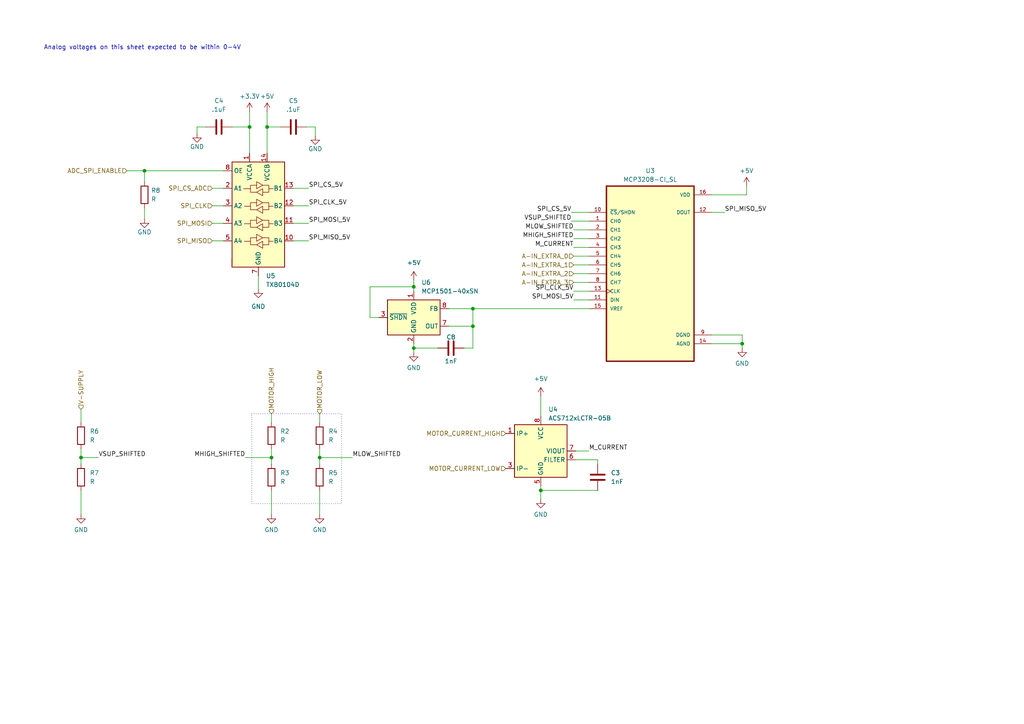
<source format=kicad_sch>
(kicad_sch (version 20230121) (generator eeschema)
  (paper "A4")
  (lib_symbols
    (symbol "Device:C" (pin_numbers hide) (pin_names (offset 0.254))
      (property "Reference" "C" (at 0.635 2.54 0))
      (property "Value" "C" (at 0.635 -2.54 0))
      (symbol "C_0_1"
        (polyline (pts (xy -2.032 -0.762) (xy 2.032 -0.762)) (stroke (width 0.508)))
        (polyline (pts (xy -2.032 0.762) (xy 2.032 0.762)) (stroke (width 0.508)))
      )
      (symbol "C_1_1"
        (pin passive line (at 0 3.81 270) (length 2.794) (name "~") (number "1"))
        (pin passive line (at 0 -3.81 90) (length 2.794) (name "~") (number "2"))
      )
    )
    (symbol "Device:R" (pin_numbers hide) (pin_names (offset 0))
      (property "Reference" "R" (at 2.032 0 90))
      (property "Value" "R" (at 0 0 90))
      (symbol "R_0_1"
        (rectangle (start -1.016 -2.54) (end 1.016 2.54) (stroke (width 0.254)))
      )
      (symbol "R_1_1"
        (pin passive line (at 0 3.81 270) (length 1.27) (name "~") (number "1"))
        (pin passive line (at 0 -3.81 90) (length 1.27) (name "~") (number "2"))
      )
    )
    (symbol "Logic_LevelTranslator:TXB0104D"
      (property "Reference" "U" (at -6.35 16.51 0))
      (property "Value" "TXB0104D" (at 3.81 16.51 0))
      (symbol "TXB0104D_0_1"
        (rectangle (start -7.62 -15.24) (end -7.62 -12.7) (stroke (width 0.254)))
        (rectangle (start -7.62 15.24) (end 7.62 -15.24) (stroke (width 0.254)) (fill (type background)))
        (polyline (pts (xy -2.286 -7.747) (xy -2.286 -6.731) (xy -0.508 -6.731)))
        (polyline (pts (xy -2.286 -2.667) (xy -2.286 -1.651) (xy -0.508 -1.651)))
        (polyline (pts (xy -2.286 2.413) (xy -2.286 3.429) (xy -0.508 3.429)))
        (polyline (pts (xy -2.286 7.493) (xy -2.286 8.509) (xy -0.508 8.509)))
        (polyline (pts (xy 3.048 -7.747) (xy 3.048 -8.763) (xy 1.27 -8.763)))
        (polyline (pts (xy 3.048 -2.667) (xy 3.048 -3.683) (xy 1.27 -3.683)))
        (polyline (pts (xy 3.048 2.413) (xy 3.048 1.397) (xy 1.27 1.397)))
        (polyline (pts (xy 3.048 7.493) (xy 3.048 6.477) (xy 1.27 6.477)))
        (polyline (pts (xy -0.508 -8.763) (xy -2.286 -8.763) (xy -2.286 -7.747) (xy -4.064 -7.747)))
        (polyline (pts (xy -0.508 -8.763) (xy 1.27 -7.747) (xy 1.27 -9.779) (xy -0.508 -8.763)))
        (polyline (pts (xy -0.508 -3.683) (xy -2.286 -3.683) (xy -2.286 -2.667) (xy -4.064 -2.667)))
        (polyline (pts (xy -0.508 -3.683) (xy 1.27 -2.667) (xy 1.27 -4.699) (xy -0.508 -3.683)))
        (polyline (pts (xy -0.508 1.397) (xy -2.286 1.397) (xy -2.286 2.413) (xy -4.064 2.413)))
        (polyline (pts (xy -0.508 1.397) (xy 1.27 2.413) (xy 1.27 0.381) (xy -0.508 1.397)))
        (polyline (pts (xy -0.508 6.477) (xy -2.286 6.477) (xy -2.286 7.493) (xy -4.318 7.493)))
        (polyline (pts (xy -0.508 6.477) (xy 1.27 7.493) (xy 1.27 5.461) (xy -0.508 6.477)))
        (polyline (pts (xy 1.27 -6.731) (xy -0.508 -7.747) (xy -0.508 -5.715) (xy 1.27 -6.731)))
        (polyline (pts (xy 1.27 -6.731) (xy 3.048 -6.731) (xy 3.048 -7.747) (xy 4.318 -7.747)))
        (polyline (pts (xy 1.27 -1.651) (xy -0.508 -2.667) (xy -0.508 -0.635) (xy 1.27 -1.651)))
        (polyline (pts (xy 1.27 -1.651) (xy 3.048 -1.651) (xy 3.048 -2.667) (xy 4.318 -2.667)))
        (polyline (pts (xy 1.27 3.429) (xy -0.508 2.413) (xy -0.508 4.445) (xy 1.27 3.429)))
        (polyline (pts (xy 1.27 3.429) (xy 3.048 3.429) (xy 3.048 2.413) (xy 4.318 2.413)))
        (polyline (pts (xy 1.27 8.509) (xy -0.508 7.493) (xy -0.508 9.525) (xy 1.27 8.509)))
        (polyline (pts (xy 1.27 8.509) (xy 3.048 8.509) (xy 3.048 7.493) (xy 4.318 7.493)))
      )
      (symbol "TXB0104D_1_1"
        (pin power_in line (at -2.54 17.78 270) (length 2.54) (name "VCCA") (number "1"))
        (pin bidirectional line (at 10.16 -7.62 180) (length 2.54) (name "B4") (number "10"))
        (pin bidirectional line (at 10.16 -2.54 180) (length 2.54) (name "B3") (number "11"))
        (pin bidirectional line (at 10.16 2.54 180) (length 2.54) (name "B2") (number "12"))
        (pin bidirectional line (at 10.16 7.62 180) (length 2.54) (name "B1") (number "13"))
        (pin power_in line (at 2.54 17.78 270) (length 2.54) (name "VCCB") (number "14"))
        (pin bidirectional line (at -10.16 7.62 0) (length 2.54) (name "A1") (number "2"))
        (pin bidirectional line (at -10.16 2.54 0) (length 2.54) (name "A2") (number "3"))
        (pin bidirectional line (at -10.16 -2.54 0) (length 2.54) (name "A3") (number "4"))
        (pin bidirectional line (at -10.16 -7.62 0) (length 2.54) (name "A4") (number "5"))
        (pin no_connect line (at -7.62 -12.7 0) (length 2.54) hide (name "NC") (number "6"))
        (pin power_in line (at 0 -17.78 90) (length 2.54) (name "GND") (number "7"))
        (pin input line (at -10.16 12.7 0) (length 2.54) (name "OE") (number "8"))
        (pin no_connect line (at 7.62 -12.7 180) (length 2.54) hide (name "NC") (number "9"))
      )
    )
    (symbol "MCP3208-CI_SL:MCP3208-CI_SL" (pin_names (offset 1.016))
      (property "Reference" "U" (at -12.7 26.4 0))
      (property "Value" "MCP3208-CI_SL" (at -12.7 -29.4 0))
      (symbol "MCP3208-CI_SL_0_0"
        (rectangle (start -12.7 -25.4) (end 12.7 25.4) (stroke (width 0.41)) (fill (type background)))
        (pin input line (at -17.78 15.24 0) (length 5.08) (name "CH0") (number "1"))
        (pin input line (at -17.78 17.78 0) (length 5.08) (name "~{CS}/SHDN") (number "10"))
        (pin input line (at -17.78 -7.62 0) (length 5.08) (name "DIN") (number "11"))
        (pin output line (at 17.78 17.78 180) (length 5.08) (name "DOUT") (number "12"))
        (pin input clock (at -17.78 -5.08 0) (length 5.08) (name "CLK") (number "13"))
        (pin power_in line (at 17.78 -20.32 180) (length 5.08) (name "AGND") (number "14"))
        (pin input line (at -17.78 -10.16 0) (length 5.08) (name "VREF") (number "15"))
        (pin power_in line (at 17.78 22.86 180) (length 5.08) (name "VDD") (number "16"))
        (pin input line (at -17.78 12.7 0) (length 5.08) (name "CH1") (number "2"))
        (pin input line (at -17.78 10.16 0) (length 5.08) (name "CH2") (number "3"))
        (pin input line (at -17.78 7.62 0) (length 5.08) (name "CH3") (number "4"))
        (pin input line (at -17.78 5.08 0) (length 5.08) (name "CH4") (number "5"))
        (pin input line (at -17.78 2.54 0) (length 5.08) (name "CH5") (number "6"))
        (pin input line (at -17.78 0 0) (length 5.08) (name "CH6") (number "7"))
        (pin input line (at -17.78 -2.54 0) (length 5.08) (name "CH7") (number "8"))
        (pin power_in line (at 17.78 -17.78 180) (length 5.08) (name "DGND") (number "9"))
      )
    )
    (symbol "Reference_Voltage:MCP1501-40xSN"
      (property "Reference" "U" (at -5.08 6.35 0))
      (property "Value" "MCP1501-40xSN" (at 11.43 6.35 0))
      (symbol "MCP1501-40xSN_0_0"
        (pin power_in line (at 0 7.62 270) (length 2.54) (name "VDD") (number "1"))
        (pin power_in line (at 0 -7.62 90) (length 2.54) (name "GND") (number "2"))
        (pin input line (at -10.16 0 0) (length 2.54) (name "~{SHDN}") (number "3"))
        (pin passive line (at 0 -7.62 90) (length 2.54) hide (name "GND") (number "4"))
        (pin passive line (at 0 -7.62 90) (length 2.54) hide (name "GND") (number "5"))
        (pin passive line (at 0 -7.62 90) (length 2.54) hide (name "GND") (number "6"))
        (pin power_out line (at 10.16 -2.54 180) (length 2.54) (name "OUT") (number "7"))
        (pin input line (at 10.16 2.54 180) (length 2.54) (name "FB") (number "8"))
      )
      (symbol "MCP1501-40xSN_0_1"
        (rectangle (start -7.62 5.08) (end 7.62 -5.08) (stroke (width 0.254)) (fill (type background)))
      )
    )
    (symbol "Sensor_Current:ACS712xLCTR-05B"
      (property "Reference" "U" (at 2.54 11.43 0))
      (property "Value" "ACS712xLCTR-05B" (at 2.54 8.89 0))
      (symbol "ACS712xLCTR-05B_0_1"
        (rectangle (start -7.62 7.62) (end 7.62 -7.62) (stroke (width 0.254)) (fill (type background)))
      )
      (symbol "ACS712xLCTR-05B_1_1"
        (pin passive line (at -10.16 5.08 0) (length 2.54) (name "IP+") (number "1"))
        (pin passive line (at -10.16 5.08 0) (length 2.54) hide (name "IP+") (number "2"))
        (pin passive line (at -10.16 -5.08 0) (length 2.54) (name "IP-") (number "3"))
        (pin passive line (at -10.16 -5.08 0) (length 2.54) hide (name "IP-") (number "4"))
        (pin power_in line (at 0 -10.16 90) (length 2.54) (name "GND") (number "5"))
        (pin passive line (at 10.16 -2.54 180) (length 2.54) (name "FILTER") (number "6"))
        (pin output line (at 10.16 0 180) (length 2.54) (name "VIOUT") (number "7"))
        (pin power_in line (at 0 10.16 270) (length 2.54) (name "VCC") (number "8"))
      )
    )
    (symbol "power:+3.3V" (power) (pin_names (offset 0))
      (property "Value" "+3.3V" (at 0 3.556 0))
      (symbol "+3.3V_0_1"
        (polyline (pts (xy -0.762 1.27) (xy 0 2.54)))
        (polyline (pts (xy 0 0) (xy 0 2.54)))
        (polyline (pts (xy 0 2.54) (xy 0.762 1.27)))
      )
      (symbol "+3.3V_1_1"
        (pin power_in line (at 0 0 90) (length 0) hide (name "+3.3V") (number "1"))
      )
    )
    (symbol "power:+5V" (power) (pin_names (offset 0))
      (property "Value" "+5V" (at 0 3.556 0))
      (symbol "+5V_0_1"
        (polyline (pts (xy -0.762 1.27) (xy 0 2.54)))
        (polyline (pts (xy 0 0) (xy 0 2.54)))
        (polyline (pts (xy 0 2.54) (xy 0.762 1.27)))
      )
      (symbol "+5V_1_1"
        (pin power_in line (at 0 0 90) (length 0) hide (name "+5V") (number "1"))
      )
    )
    (symbol "power:GND" (power) (pin_names (offset 0))
      (property "Value" "GND" (at 0 -3.81 0))
      (symbol "GND_0_1"
        (polyline (pts (xy 0 0) (xy 0 -1.27) (xy 1.27 -1.27) (xy 0 -2.54) (xy -1.27 -1.27) (xy 0 -1.27)))
      )
      (symbol "GND_1_1"
        (pin power_in line (at 0 0 270) (length 0) hide (name "GND") (number "1"))
      )
    )
  )
  (junction (at 137.16 94.615))
  (junction (at 215.265 99.695))
  (junction (at 72.39 36.83))
  (junction (at 77.47 36.83))
  (junction (at 23.495 132.715))
  (junction (at 78.74 132.715))
  (junction (at 137.16 89.535))
  (junction (at 120.015 100.965))
  (junction (at 120.015 83.185))
  (junction (at 41.91 49.53))
  (junction (at 156.845 142.24))
  (junction (at 92.71 132.715))
  (wire (pts (xy 71.12 132.715) (xy 78.74 132.715)))
  (wire (pts (xy 173.355 133.35) (xy 173.355 134.62)))
  (wire (pts (xy 120.015 102.235) (xy 120.015 100.965)))
  (wire (pts (xy 206.375 97.155) (xy 215.265 97.155)))
  (wire (pts (xy 92.71 132.715) (xy 92.71 134.62)))
  (wire (pts (xy 156.845 142.24) (xy 156.845 144.78)))
  (wire (pts (xy 165.735 64.135) (xy 170.815 64.135)))
  (wire (pts (xy 166.37 66.675) (xy 170.815 66.675)))
  (wire (pts (xy 165.735 61.595) (xy 170.815 61.595)))
  (wire (pts (xy 166.37 86.995) (xy 170.815 86.995)))
  (wire (pts (xy 166.37 74.295) (xy 170.815 74.295)))
  (wire (pts (xy 109.855 92.075) (xy 107.315 92.075)))
  (wire (pts (xy 120.015 81.28) (xy 120.015 83.185)))
  (wire (pts (xy 137.16 94.615) (xy 137.16 100.965)))
  (wire (pts (xy 85.09 64.77) (xy 89.535 64.77)))
  (wire (pts (xy 61.595 59.69) (xy 64.77 59.69)))
  (wire (pts (xy 156.845 142.24) (xy 173.355 142.24)))
  (wire (pts (xy 166.37 84.455) (xy 170.815 84.455)))
  (wire (pts (xy 78.74 130.175) (xy 78.74 132.715)))
  (wire (pts (xy 78.74 132.715) (xy 78.74 134.62)))
  (wire (pts (xy 23.495 130.175) (xy 23.495 132.715)))
  (wire (pts (xy 156.845 140.97) (xy 156.845 142.24)))
  (wire (pts (xy 166.37 76.835) (xy 170.815 76.835)))
  (wire (pts (xy 77.47 32.385) (xy 77.47 36.83)))
  (wire (pts (xy 78.74 120.015) (xy 78.74 122.555)))
  (wire (pts (xy 206.375 56.515) (xy 216.535 56.515)))
  (wire (pts (xy 85.09 54.61) (xy 89.535 54.61)))
  (wire (pts (xy 59.69 36.83) (xy 57.15 36.83)))
  (wire (pts (xy 215.265 99.695) (xy 215.265 100.965)))
  (wire (pts (xy 167.005 130.81) (xy 170.815 130.81)))
  (wire (pts (xy 130.175 89.535) (xy 137.16 89.535)))
  (wire (pts (xy 120.015 83.185) (xy 120.015 84.455)))
  (wire (pts (xy 120.015 100.965) (xy 127 100.965)))
  (wire (pts (xy 107.315 92.075) (xy 107.315 83.185)))
  (wire (pts (xy 92.71 130.175) (xy 92.71 132.715)))
  (wire (pts (xy 72.39 36.83) (xy 72.39 44.45)))
  (wire (pts (xy 61.595 54.61) (xy 64.77 54.61)))
  (wire (pts (xy 156.845 114.935) (xy 156.845 120.65)))
  (wire (pts (xy 85.09 59.69) (xy 89.535 59.69)))
  (wire (pts (xy 166.37 71.755) (xy 170.815 71.755)))
  (wire (pts (xy 137.16 89.535) (xy 170.815 89.535)))
  (wire (pts (xy 61.595 64.77) (xy 64.77 64.77)))
  (wire (pts (xy 130.175 94.615) (xy 137.16 94.615)))
  (wire (pts (xy 64.77 49.53) (xy 41.91 49.53)))
  (wire (pts (xy 61.595 69.85) (xy 64.77 69.85)))
  (wire (pts (xy 120.015 100.965) (xy 120.015 99.695)))
  (wire (pts (xy 74.93 80.01) (xy 74.93 83.82)))
  (wire (pts (xy 67.31 36.83) (xy 72.39 36.83)))
  (wire (pts (xy 167.005 133.35) (xy 173.355 133.35)))
  (wire (pts (xy 57.15 36.83) (xy 57.15 38.735)))
  (wire (pts (xy 215.265 97.155) (xy 215.265 99.695)))
  (wire (pts (xy 72.39 32.385) (xy 72.39 36.83)))
  (wire (pts (xy 23.495 142.24) (xy 23.495 149.225)))
  (wire (pts (xy 206.375 61.595) (xy 210.185 61.595)))
  (wire (pts (xy 78.74 142.24) (xy 78.74 149.225)))
  (wire (pts (xy 166.37 79.375) (xy 170.815 79.375)))
  (wire (pts (xy 41.91 49.53) (xy 41.91 52.705)))
  (wire (pts (xy 91.44 36.83) (xy 91.44 39.37)))
  (wire (pts (xy 92.71 142.24) (xy 92.71 149.225)))
  (wire (pts (xy 36.83 49.53) (xy 41.91 49.53)))
  (wire (pts (xy 166.37 69.215) (xy 170.815 69.215)))
  (wire (pts (xy 23.495 132.715) (xy 23.495 134.62)))
  (wire (pts (xy 77.47 36.83) (xy 77.47 44.45)))
  (wire (pts (xy 137.16 89.535) (xy 137.16 94.615)))
  (wire (pts (xy 216.535 56.515) (xy 216.535 53.975)))
  (wire (pts (xy 206.375 99.695) (xy 215.265 99.695)))
  (wire (pts (xy 166.37 81.915) (xy 170.815 81.915)))
  (wire (pts (xy 92.71 132.715) (xy 102.235 132.715)))
  (wire (pts (xy 137.16 100.965) (xy 134.62 100.965)))
  (wire (pts (xy 92.71 120.015) (xy 92.71 122.555)))
  (wire (pts (xy 91.44 36.83) (xy 88.9 36.83)))
  (wire (pts (xy 107.315 83.185) (xy 120.015 83.185)))
  (wire (pts (xy 23.495 118.745) (xy 23.495 122.555)))
  (wire (pts (xy 41.91 60.325) (xy 41.91 63.5)))
  (wire (pts (xy 85.09 69.85) (xy 89.535 69.85)))
  (wire (pts (xy 23.495 132.715) (xy 28.575 132.715)))
  (wire (pts (xy 77.47 36.83) (xy 81.28 36.83)))
  (rectangle (start 73.025 120.015) (end 99.06 146.05) (stroke (width 0) (type dot)))
  (text "Analog voltages on this sheet expected to be within 0-4V" (at 12.7 14.605 0) (effects (font (size 1.27 1.27)) (justify left bottom)))
  (label "SPI_CS_5V" (at 89.535 54.61 0))
  (label "M_CURRENT" (at 166.37 71.755 180))
  (label "MLOW_SHIFTED" (at 166.37 66.675 180))
  (label "MHIGH_SHIFTED" (at 71.12 132.715 180))
  (label "SPI_CLK_5V" (at 166.37 84.455 180))
  (label "VSUP_SHIFTED" (at 28.575 132.715 0))
  (label "MHIGH_SHIFTED" (at 166.37 69.215 180))
  (label "M_CURRENT" (at 170.815 130.81 0))
  (label "SPI_MISO_5V" (at 210.185 61.595 0))
  (label "VSUP_SHIFTED" (at 165.735 64.135 180))
  (label "SPI_CS_5V" (at 165.735 61.595 180))
  (label "SPI_MOSI_5V" (at 166.37 86.995 180))
  (label "SPI_CLK_5V" (at 89.535 59.69 0))
  (label "SPI_MOSI_5V" (at 89.535 64.77 0))
  (label "MLOW_SHIFTED" (at 102.235 132.715 0))
  (label "SPI_MISO_5V" (at 89.535 69.85 0))
  (hierarchical_label "SPI_MOSI" (shape input) (at 61.595 64.77 180))
  (hierarchical_label "MOTOR_LOW" (shape input) (at 92.71 120.015 90))
  (hierarchical_label "V-SUPPLY" (shape input) (at 23.495 118.745 90))
  (hierarchical_label "MOTOR_HIGH" (shape input) (at 78.74 120.015 90))
  (hierarchical_label "A-IN_EXTRA_0" (shape input) (at 166.37 74.295 180))
  (hierarchical_label "MOTOR_CURRENT_LOW" (shape input) (at 146.685 135.89 180))
  (hierarchical_label "SPI_CLK" (shape input) (at 61.595 59.69 180))
  (hierarchical_label "A-IN_EXTRA_2" (shape input) (at 166.37 79.375 180))
  (hierarchical_label "MOTOR_CURRENT_HIGH" (shape input) (at 146.685 125.73 180))
  (hierarchical_label "ADC_SPI_ENABLE" (shape input) (at 36.83 49.53 180))
  (hierarchical_label "A-IN_EXTRA_3" (shape input) (at 166.37 81.915 180))
  (hierarchical_label "A-IN_EXTRA_1" (shape input) (at 166.37 76.835 180))
  (hierarchical_label "SPI_MISO" (shape input) (at 61.595 69.85 180))
  (hierarchical_label "SPI_CS_ADC" (shape input) (at 61.595 54.61 180))
  (symbol (lib_id "Device:R") (at 78.74 138.43 0) (unit 1)
    (property "Reference" "R3" (at 81.28 137.16 0) (effects (justify left)))
    (property "Value" "R" (at 81.28 139.7 0) (effects (justify left)))
  )
  (symbol (lib_id "power:GND") (at 78.74 149.225 0) (unit 1)
    (property "Reference" "#PWR018" (effects hide))
    (property "Value" "GND" (at 78.74 153.67 0))
  )
  (symbol (lib_id "power:GND") (at 23.495 149.225 0) (unit 1)
    (property "Reference" "#PWR019" (effects hide))
    (property "Value" "GND" (at 23.495 153.67 0))
  )
  (symbol (lib_id "Device:R") (at 23.495 126.365 0) (unit 1)
    (property "Reference" "R6" (at 26.035 125.095 0) (effects (justify left)))
    (property "Value" "R" (at 26.035 127.635 0) (effects (justify left)))
  )
  (symbol (lib_id "power:+5V") (at 216.535 53.975 0) (unit 1)
    (property "Reference" "#PWR013" (effects hide))
    (property "Value" "+5V" (at 216.535 49.53 0))
  )
  (symbol (lib_id "power:GND") (at 92.71 149.225 0) (unit 1)
    (property "Reference" "#PWR017" (effects hide))
    (property "Value" "GND" (at 92.71 153.67 0))
  )
  (symbol (lib_id "power:GND") (at 215.265 100.965 0) (unit 1)
    (property "Reference" "#PWR014" (effects hide))
    (property "Value" "GND" (at 215.265 105.41 0))
  )
  (symbol (lib_id "Device:C") (at 85.09 36.83 90) (unit 1)
    (property "Reference" "C5" (at 85.09 29.21 90))
    (property "Value" ".1uF" (at 85.09 31.75 90))
  )
  (symbol (lib_id "Device:C") (at 63.5 36.83 90) (unit 1)
    (property "Reference" "C4" (at 63.5 29.21 90))
    (property "Value" ".1uF" (at 63.5 31.75 90))
  )
  (symbol (lib_id "MCP3208-CI_SL:MCP3208-CI_SL") (at 188.595 79.375 0) (unit 1)
    (property "Reference" "U3" (at 188.595 49.53 0))
    (property "Value" "MCP3208-CI_SL" (at 188.595 52.07 0))
    (property "Footprint" "MCP3208-CI_SL:SOIC127P600X175-16N" (effects hide))
    (property "MF" "Microchip" (effects hide))
    (property "Description" "\n                        \n                            Microchip 12 bit Serial ADC Differential Input 16-Pin SOIC | Microchip Technology Inc. MCP3208-CI/SL\n                        \n" (effects hide))
    (property "Package" "SOIC-16 Microchip" (effects hide))
    (property "Price" "None" (effects hide))
    (property "SnapEDA_Link" "https://www.snapeda.com/parts/MCP3208-CI/SL/Microchip/view-part/?ref=snap" (effects hide))
    (property "MP" "MCP3208-CI/SL" (effects hide))
    (property "Availability" "In Stock" (effects hide))
    (property "Check_prices" "https://www.snapeda.com/parts/MCP3208-CI/SL/Microchip/view-part/?ref=eda" (effects hide))
  )
  (symbol (lib_id "power:+5V") (at 77.47 32.385 0) (unit 1)
    (property "Reference" "#PWR022" (effects hide))
    (property "Value" "+5V" (at 77.47 27.94 0))
  )
  (symbol (lib_id "power:GND") (at 91.44 39.37 0) (unit 1)
    (property "Reference" "#PWR024" (effects hide))
    (property "Value" "GND" (at 91.44 43.18 0))
  )
  (symbol (lib_id "power:+3.3V") (at 72.39 32.385 0) (unit 1)
    (property "Reference" "#PWR020" (effects hide))
    (property "Value" "+3.3V" (at 72.39 27.94 0))
  )
  (symbol (lib_id "Device:R") (at 92.71 126.365 0) (unit 1)
    (property "Reference" "R4" (at 95.25 125.095 0) (effects (justify left)))
    (property "Value" "R" (at 95.25 127.635 0) (effects (justify left)))
  )
  (symbol (lib_id "Device:C") (at 130.81 100.965 90) (unit 1)
    (property "Reference" "C8" (at 130.81 97.79 90))
    (property "Value" "1nF" (at 130.81 104.775 90))
  )
  (symbol (lib_id "power:GND") (at 156.845 144.78 0) (unit 1)
    (property "Reference" "#PWR016" (effects hide))
    (property "Value" "GND" (at 156.845 149.225 0))
  )
  (symbol (lib_id "Sensor_Current:ACS712xLCTR-05B") (at 156.845 130.81 0) (unit 1)
    (property "Reference" "U4" (at 159.0391 118.745 0) (effects (justify left)))
    (property "Value" "ACS712xLCTR-05B" (at 159.0391 121.285 0) (effects (justify left)))
    (property "Footprint" "Package_SO:SOIC-8_3.9x4.9mm_P1.27mm" (effects hide))
    (property "Datasheet" "http://www.allegromicro.com/~/media/Files/Datasheets/ACS712-Datasheet.ashx?la=en" (effects hide))
  )
  (symbol (lib_id "Device:R") (at 78.74 126.365 0) (unit 1)
    (property "Reference" "R2" (at 81.28 125.095 0) (effects (justify left)))
    (property "Value" "R" (at 81.28 127.635 0) (effects (justify left)))
  )
  (symbol (lib_id "Device:R") (at 92.71 138.43 0) (unit 1)
    (property "Reference" "R5" (at 95.25 137.16 0) (effects (justify left)))
    (property "Value" "R" (at 95.25 139.7 0) (effects (justify left)))
  )
  (symbol (lib_id "power:GND") (at 41.91 63.5 0) (unit 1)
    (property "Reference" "#PWR040" (effects hide))
    (property "Value" "GND" (at 41.91 67.31 0))
  )
  (symbol (lib_id "Device:R") (at 23.495 138.43 0) (unit 1)
    (property "Reference" "R7" (at 26.035 137.16 0) (effects (justify left)))
    (property "Value" "R" (at 26.035 139.7 0) (effects (justify left)))
  )
  (symbol (lib_id "power:GND") (at 74.93 83.82 0) (unit 1)
    (property "Reference" "#PWR021" (effects hide))
    (property "Value" "GND" (at 74.93 88.9 0))
  )
  (symbol (lib_id "Logic_LevelTranslator:TXB0104D") (at 74.93 62.23 0) (unit 1)
    (property "Reference" "U5" (at 77.1241 80.01 0) (effects (justify left)))
    (property "Value" "TXB0104D" (at 77.1241 82.55 0) (effects (justify left)))
    (property "Footprint" "Package_SO:SOIC-14_3.9x8.7mm_P1.27mm" (effects hide))
    (property "Datasheet" "http://www.ti.com/lit/ds/symlink/txb0104.pdf" (effects hide))
  )
  (symbol (lib_id "Reference_Voltage:MCP1501-40xSN") (at 120.015 92.075 0) (unit 1)
    (property "Reference" "U6" (at 122.2091 81.915 0) (effects (justify left)))
    (property "Value" "MCP1501-40xSN" (at 122.2091 84.455 0) (effects (justify left)))
    (property "Footprint" "Package_SO:SOIC-8_3.9x4.9mm_P1.27mm" (effects hide))
    (property "Datasheet" "http://ww1.microchip.com/downloads/en/DeviceDoc/20005474E.pdf" (effects hide))
  )
  (symbol (lib_id "Device:C") (at 173.355 138.43 0) (unit 1)
    (property "Reference" "C3" (at 177.165 137.16 0) (effects (justify left)))
    (property "Value" "1nF" (at 177.165 139.7 0) (effects (justify left)))
  )
  (symbol (lib_id "power:GND") (at 120.015 102.235 0) (unit 1)
    (property "Reference" "#PWR032" (effects hide))
    (property "Value" "GND" (at 120.015 106.68 0))
  )
  (symbol (lib_id "power:+5V") (at 156.845 114.935 0) (unit 1)
    (property "Reference" "#PWR015" (effects hide))
    (property "Value" "+5V" (at 156.845 109.855 0))
  )
  (symbol (lib_id "power:GND") (at 57.15 38.735 0) (unit 1)
    (property "Reference" "#PWR023" (effects hide))
    (property "Value" "GND" (at 57.15 42.545 0))
  )
  (symbol (lib_id "Device:R") (at 41.91 56.515 0) (unit 1)
    (property "Reference" "R8" (at 43.815 55.245 0) (effects (justify left)))
    (property "Value" "R" (at 43.815 57.785 0) (effects (justify left)))
  )
  (symbol (lib_id "power:+5V") (at 120.015 81.28 0) (unit 1)
    (property "Reference" "#PWR031" (effects hide))
    (property "Value" "+5V" (at 120.015 76.2 0))
  )
)
</source>
